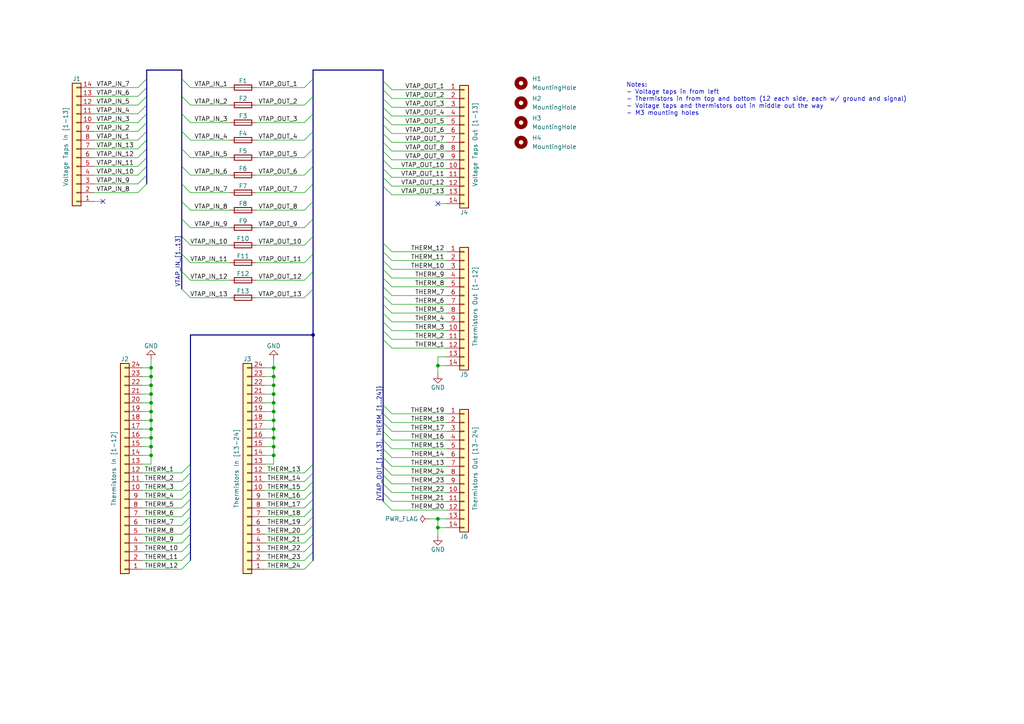
<source format=kicad_sch>
(kicad_sch (version 20230121) (generator eeschema)
  (paper "A4")
  (title_block (title "Segment PCB") (date "2023-04-23") (rev "1.1.0") (company "SUFST") (comment 1 "STAG 9") (comment 2 "Tim Brewis") (comment 3 "Jakub Kuchnio"))
  (lib_symbols
    (symbol "Connector_Generic:Conn_01x14" (pin_names (offset 1.016) hide)
      (property "Reference" "J" (at 0 17.78 0))
      (property "Value" "Conn_01x14" (at 0 -20.32 0))
      (symbol "Conn_01x14_1_1"
        (rectangle (start -1.27 -17.653) (end 0 -17.907) (stroke (width 0.1524)))
        (rectangle (start -1.27 -15.113) (end 0 -15.367) (stroke (width 0.1524)))
        (rectangle (start -1.27 -12.573) (end 0 -12.827) (stroke (width 0.1524)))
        (rectangle (start -1.27 -10.033) (end 0 -10.287) (stroke (width 0.1524)))
        (rectangle (start -1.27 -7.493) (end 0 -7.747) (stroke (width 0.1524)))
        (rectangle (start -1.27 -4.953) (end 0 -5.207) (stroke (width 0.1524)))
        (rectangle (start -1.27 -2.413) (end 0 -2.667) (stroke (width 0.1524)))
        (rectangle (start -1.27 0.127) (end 0 -0.127) (stroke (width 0.1524)))
        (rectangle (start -1.27 2.667) (end 0 2.413) (stroke (width 0.1524)))
        (rectangle (start -1.27 5.207) (end 0 4.953) (stroke (width 0.1524)))
        (rectangle (start -1.27 7.747) (end 0 7.493) (stroke (width 0.1524)))
        (rectangle (start -1.27 10.287) (end 0 10.033) (stroke (width 0.1524)))
        (rectangle (start -1.27 12.827) (end 0 12.573) (stroke (width 0.1524)))
        (rectangle (start -1.27 15.367) (end 0 15.113) (stroke (width 0.1524)))
        (rectangle (start -1.27 16.51) (end 1.27 -19.05) (stroke (width 0.254)) (fill (type background)))
        (pin passive line (at -5.08 15.24 0) (length 3.81) (name "Pin_1") (number "1"))
        (pin passive line (at -5.08 -7.62 0) (length 3.81) (name "Pin_10") (number "10"))
        (pin passive line (at -5.08 -10.16 0) (length 3.81) (name "Pin_11") (number "11"))
        (pin passive line (at -5.08 -12.7 0) (length 3.81) (name "Pin_12") (number "12"))
        (pin passive line (at -5.08 -15.24 0) (length 3.81) (name "Pin_13") (number "13"))
        (pin passive line (at -5.08 -17.78 0) (length 3.81) (name "Pin_14") (number "14"))
        (pin passive line (at -5.08 12.7 0) (length 3.81) (name "Pin_2") (number "2"))
        (pin passive line (at -5.08 10.16 0) (length 3.81) (name "Pin_3") (number "3"))
        (pin passive line (at -5.08 7.62 0) (length 3.81) (name "Pin_4") (number "4"))
        (pin passive line (at -5.08 5.08 0) (length 3.81) (name "Pin_5") (number "5"))
        (pin passive line (at -5.08 2.54 0) (length 3.81) (name "Pin_6") (number "6"))
        (pin passive line (at -5.08 0 0) (length 3.81) (name "Pin_7") (number "7"))
        (pin passive line (at -5.08 -2.54 0) (length 3.81) (name "Pin_8") (number "8"))
        (pin passive line (at -5.08 -5.08 0) (length 3.81) (name "Pin_9") (number "9"))
      )
    )
    (symbol "Connector_Generic:Conn_01x24" (pin_names (offset 1.016) hide)
      (property "Reference" "J" (at 0 30.48 0))
      (property "Value" "Conn_01x24" (at 0 -33.02 0))
      (symbol "Conn_01x24_1_1"
        (rectangle (start -1.27 -30.353) (end 0 -30.607) (stroke (width 0.1524)))
        (rectangle (start -1.27 -27.813) (end 0 -28.067) (stroke (width 0.1524)))
        (rectangle (start -1.27 -25.273) (end 0 -25.527) (stroke (width 0.1524)))
        (rectangle (start -1.27 -22.733) (end 0 -22.987) (stroke (width 0.1524)))
        (rectangle (start -1.27 -20.193) (end 0 -20.447) (stroke (width 0.1524)))
        (rectangle (start -1.27 -17.653) (end 0 -17.907) (stroke (width 0.1524)))
        (rectangle (start -1.27 -15.113) (end 0 -15.367) (stroke (width 0.1524)))
        (rectangle (start -1.27 -12.573) (end 0 -12.827) (stroke (width 0.1524)))
        (rectangle (start -1.27 -10.033) (end 0 -10.287) (stroke (width 0.1524)))
        (rectangle (start -1.27 -7.493) (end 0 -7.747) (stroke (width 0.1524)))
        (rectangle (start -1.27 -4.953) (end 0 -5.207) (stroke (width 0.1524)))
        (rectangle (start -1.27 -2.413) (end 0 -2.667) (stroke (width 0.1524)))
        (rectangle (start -1.27 0.127) (end 0 -0.127) (stroke (width 0.1524)))
        (rectangle (start -1.27 2.667) (end 0 2.413) (stroke (width 0.1524)))
        (rectangle (start -1.27 5.207) (end 0 4.953) (stroke (width 0.1524)))
        (rectangle (start -1.27 7.747) (end 0 7.493) (stroke (width 0.1524)))
        (rectangle (start -1.27 10.287) (end 0 10.033) (stroke (width 0.1524)))
        (rectangle (start -1.27 12.827) (end 0 12.573) (stroke (width 0.1524)))
        (rectangle (start -1.27 15.367) (end 0 15.113) (stroke (width 0.1524)))
        (rectangle (start -1.27 17.907) (end 0 17.653) (stroke (width 0.1524)))
        (rectangle (start -1.27 20.447) (end 0 20.193) (stroke (width 0.1524)))
        (rectangle (start -1.27 22.987) (end 0 22.733) (stroke (width 0.1524)))
        (rectangle (start -1.27 25.527) (end 0 25.273) (stroke (width 0.1524)))
        (rectangle (start -1.27 28.067) (end 0 27.813) (stroke (width 0.1524)))
        (rectangle (start -1.27 29.21) (end 1.27 -31.75) (stroke (width 0.254)) (fill (type background)))
        (pin passive line (at -5.08 27.94 0) (length 3.81) (name "Pin_1") (number "1"))
        (pin passive line (at -5.08 5.08 0) (length 3.81) (name "Pin_10") (number "10"))
        (pin passive line (at -5.08 2.54 0) (length 3.81) (name "Pin_11") (number "11"))
        (pin passive line (at -5.08 0 0) (length 3.81) (name "Pin_12") (number "12"))
        (pin passive line (at -5.08 -2.54 0) (length 3.81) (name "Pin_13") (number "13"))
        (pin passive line (at -5.08 -5.08 0) (length 3.81) (name "Pin_14") (number "14"))
        (pin passive line (at -5.08 -7.62 0) (length 3.81) (name "Pin_15") (number "15"))
        (pin passive line (at -5.08 -10.16 0) (length 3.81) (name "Pin_16") (number "16"))
        (pin passive line (at -5.08 -12.7 0) (length 3.81) (name "Pin_17") (number "17"))
        (pin passive line (at -5.08 -15.24 0) (length 3.81) (name "Pin_18") (number "18"))
        (pin passive line (at -5.08 -17.78 0) (length 3.81) (name "Pin_19") (number "19"))
        (pin passive line (at -5.08 25.4 0) (length 3.81) (name "Pin_2") (number "2"))
        (pin passive line (at -5.08 -20.32 0) (length 3.81) (name "Pin_20") (number "20"))
        (pin passive line (at -5.08 -22.86 0) (length 3.81) (name "Pin_21") (number "21"))
        (pin passive line (at -5.08 -25.4 0) (length 3.81) (name "Pin_22") (number "22"))
        (pin passive line (at -5.08 -27.94 0) (length 3.81) (name "Pin_23") (number "23"))
        (pin passive line (at -5.08 -30.48 0) (length 3.81) (name "Pin_24") (number "24"))
        (pin passive line (at -5.08 22.86 0) (length 3.81) (name "Pin_3") (number "3"))
        (pin passive line (at -5.08 20.32 0) (length 3.81) (name "Pin_4") (number "4"))
        (pin passive line (at -5.08 17.78 0) (length 3.81) (name "Pin_5") (number "5"))
        (pin passive line (at -5.08 15.24 0) (length 3.81) (name "Pin_6") (number "6"))
        (pin passive line (at -5.08 12.7 0) (length 3.81) (name "Pin_7") (number "7"))
        (pin passive line (at -5.08 10.16 0) (length 3.81) (name "Pin_8") (number "8"))
        (pin passive line (at -5.08 7.62 0) (length 3.81) (name "Pin_9") (number "9"))
      )
    )
    (symbol "Device:Fuse" (pin_numbers hide) (pin_names (offset 0))
      (property "Reference" "F" (at 2.032 0 90))
      (property "Value" "Fuse" (at -1.905 0 90))
      (symbol "Fuse_0_1"
        (rectangle (start -0.762 -2.54) (end 0.762 2.54) (stroke (width 0.254)))
        (polyline (pts (xy 0 2.54) (xy 0 -2.54)))
      )
      (symbol "Fuse_1_1"
        (pin passive line (at 0 3.81 270) (length 1.27) (name "~") (number "1"))
        (pin passive line (at 0 -3.81 90) (length 1.27) (name "~") (number "2"))
      )
    )
    (symbol "Mechanical:MountingHole" (pin_names (offset 1.016))
      (property "Reference" "H" (at 0 5.08 0))
      (property "Value" "MountingHole" (at 0 3.175 0))
      (symbol "MountingHole_0_1"
        (circle (center 0 0) (radius 1.27) (stroke (width 1.27)))
      )
    )
    (symbol "power:GND" (power) (pin_names (offset 0))
      (property "Value" "GND" (at 0 -3.81 0))
      (symbol "GND_0_1"
        (polyline (pts (xy 0 0) (xy 0 -1.27) (xy 1.27 -1.27) (xy 0 -2.54) (xy -1.27 -1.27) (xy 0 -1.27)))
      )
      (symbol "GND_1_1"
        (pin power_in line (at 0 0 270) (length 0) hide (name "GND") (number "1"))
      )
    )
    (symbol "power:PWR_FLAG" (power) (pin_numbers hide) (pin_names (offset 0) hide)
      (property "Value" "PWR_FLAG" (at 0 3.81 0))
      (symbol "PWR_FLAG_0_0"
        (pin power_out line (at 0 0 90) (length 0) (name "pwr") (number "1"))
      )
      (symbol "PWR_FLAG_0_1"
        (polyline (pts (xy 0 0) (xy 0 1.27) (xy -1.016 1.905) (xy 0 2.54) (xy 1.016 1.905) (xy 0 1.27)))
      )
    )
  )
  (junction (at 43.815 106.68))
  (junction (at 43.815 124.46))
  (junction (at 43.815 111.76))
  (junction (at 79.375 109.22))
  (junction (at 43.815 127))
  (junction (at 79.375 106.68))
  (junction (at 79.375 124.46))
  (junction (at 43.815 114.3))
  (junction (at 79.375 121.92))
  (junction (at 79.375 132.08))
  (junction (at 127 153.035))
  (junction (at 43.815 129.54))
  (junction (at 127 150.495))
  (junction (at 79.375 129.54))
  (junction (at 79.375 119.38))
  (junction (at 79.375 114.3))
  (junction (at 43.815 119.38))
  (junction (at 79.375 116.84))
  (junction (at 90.805 97.155))
  (junction (at 43.815 132.08))
  (junction (at 127 106.045))
  (junction (at 43.815 121.92))
  (junction (at 43.815 116.84))
  (junction (at 79.375 127))
  (junction (at 43.815 109.22))
  (junction (at 79.375 111.76))
  (no_connect (at 127 59.055))
  (no_connect (at 29.845 58.42))
  (bus_entry (at 111.125 95.885) (size 2.54 2.54))
  (bus_entry (at 111.125 73.025) (size 2.54 2.54))
  (bus_entry (at 88.265 50.8) (size 2.54 -2.54))
  (bus_entry (at 52.705 22.86) (size 2.54 2.54))
  (bus_entry (at 40.005 45.72) (size 2.54 -2.54))
  (bus_entry (at 88.265 66.04) (size 2.54 -2.54))
  (bus_entry (at 55.245 35.56) (size -2.54 -2.54))
  (bus_entry (at 111.125 120.015) (size 2.54 2.54))
  (bus_entry (at 40.005 40.64) (size 2.54 -2.54))
  (bus_entry (at 55.245 81.28) (size -2.54 -2.54))
  (bus_entry (at 111.125 140.335) (size 2.54 2.54))
  (bus_entry (at 40.005 33.02) (size 2.54 -2.54))
  (bus_entry (at 111.125 36.195) (size 2.54 2.54))
  (bus_entry (at 111.125 43.815) (size 2.54 2.54))
  (bus_entry (at 40.005 43.18) (size 2.54 -2.54))
  (bus_entry (at 111.125 135.255) (size 2.54 2.54))
  (bus_entry (at 111.125 125.095) (size 2.54 2.54))
  (bus_entry (at 88.265 35.56) (size 2.54 -2.54))
  (bus_entry (at 55.245 76.2) (size -2.54 -2.54))
  (bus_entry (at 111.125 38.735) (size 2.54 2.54))
  (bus_entry (at 52.705 139.7) (size 2.54 -2.54))
  (bus_entry (at 55.245 60.96) (size -2.54 -2.54))
  (bus_entry (at 111.125 33.655) (size 2.54 2.54))
  (bus_entry (at 111.125 51.435) (size 2.54 2.54))
  (bus_entry (at 88.265 30.48) (size 2.54 -2.54))
  (bus_entry (at 40.005 38.1) (size 2.54 -2.54))
  (bus_entry (at 88.265 160.02) (size 2.54 -2.54))
  (bus_entry (at 111.125 85.725) (size 2.54 2.54))
  (bus_entry (at 52.705 162.56) (size 2.54 -2.54))
  (bus_entry (at 52.705 160.02) (size 2.54 -2.54))
  (bus_entry (at 111.125 132.715) (size 2.54 2.54))
  (bus_entry (at 40.005 48.26) (size 2.54 -2.54))
  (bus_entry (at 52.705 165.1) (size 2.54 -2.54))
  (bus_entry (at 111.125 41.275) (size 2.54 2.54))
  (bus_entry (at 111.125 26.035) (size 2.54 2.54))
  (bus_entry (at 88.265 60.96) (size 2.54 -2.54))
  (bus_entry (at 88.265 142.24) (size 2.54 -2.54))
  (bus_entry (at 88.265 149.86) (size 2.54 -2.54))
  (bus_entry (at 52.705 147.32) (size 2.54 -2.54))
  (bus_entry (at 111.125 130.175) (size 2.54 2.54))
  (bus_entry (at 40.005 25.4) (size 2.54 -2.54))
  (bus_entry (at 111.125 137.795) (size 2.54 2.54))
  (bus_entry (at 40.005 53.34) (size 2.54 -2.54))
  (bus_entry (at 111.125 88.265) (size 2.54 2.54))
  (bus_entry (at 88.265 147.32) (size 2.54 -2.54))
  (bus_entry (at 40.005 35.56) (size 2.54 -2.54))
  (bus_entry (at 111.125 90.805) (size 2.54 2.54))
  (bus_entry (at 88.265 152.4) (size 2.54 -2.54))
  (bus_entry (at 40.005 30.48) (size 2.54 -2.54))
  (bus_entry (at 111.125 83.185) (size 2.54 2.54))
  (bus_entry (at 111.125 70.485) (size 2.54 2.54))
  (bus_entry (at 111.125 28.575) (size 2.54 2.54))
  (bus_entry (at 88.265 25.4) (size 2.54 -2.54))
  (bus_entry (at 88.265 157.48) (size 2.54 -2.54))
  (bus_entry (at 111.125 53.975) (size 2.54 2.54))
  (bus_entry (at 111.125 117.475) (size 2.54 2.54))
  (bus_entry (at 111.125 98.425) (size 2.54 2.54))
  (bus_entry (at 55.245 45.72) (size -2.54 -2.54))
  (bus_entry (at 111.125 127.635) (size 2.54 2.54))
  (bus_entry (at 52.705 149.86) (size 2.54 -2.54))
  (bus_entry (at 111.125 122.555) (size 2.54 2.54))
  (bus_entry (at 88.265 86.36) (size 2.54 -2.54))
  (bus_entry (at 40.005 55.88) (size 2.54 -2.54))
  (bus_entry (at 88.265 137.16) (size 2.54 -2.54))
  (bus_entry (at 88.265 76.2) (size 2.54 -2.54))
  (bus_entry (at 88.265 154.94) (size 2.54 -2.54))
  (bus_entry (at 55.245 30.48) (size -2.54 -2.54))
  (bus_entry (at 52.705 137.16) (size 2.54 -2.54))
  (bus_entry (at 55.245 71.12) (size -2.54 -2.54))
  (bus_entry (at 52.705 157.48) (size 2.54 -2.54))
  (bus_entry (at 111.125 145.415) (size 2.54 2.54))
  (bus_entry (at 88.265 71.12) (size 2.54 -2.54))
  (bus_entry (at 111.125 48.895) (size 2.54 2.54))
  (bus_entry (at 111.125 142.875) (size 2.54 2.54))
  (bus_entry (at 55.245 66.04) (size -2.54 -2.54))
  (bus_entry (at 111.125 31.115) (size 2.54 2.54))
  (bus_entry (at 111.125 23.495) (size 2.54 2.54))
  (bus_entry (at 88.265 165.1) (size 2.54 -2.54))
  (bus_entry (at 88.265 45.72) (size 2.54 -2.54))
  (bus_entry (at 111.125 75.565) (size 2.54 2.54))
  (bus_entry (at 111.125 46.355) (size 2.54 2.54))
  (bus_entry (at 88.265 144.78) (size 2.54 -2.54))
  (bus_entry (at 52.705 154.94) (size 2.54 -2.54))
  (bus_entry (at 55.245 55.88) (size -2.54 -2.54))
  (bus_entry (at 55.245 86.36) (size -2.54 -2.54))
  (bus_entry (at 111.125 80.645) (size 2.54 2.54))
  (bus_entry (at 40.005 50.8) (size 2.54 -2.54))
  (bus_entry (at 88.265 139.7) (size 2.54 -2.54))
  (bus_entry (at 52.705 152.4) (size 2.54 -2.54))
  (bus_entry (at 88.265 55.88) (size 2.54 -2.54))
  (bus_entry (at 111.125 93.345) (size 2.54 2.54))
  (bus_entry (at 55.245 50.8) (size -2.54 -2.54))
  (bus_entry (at 52.705 142.24) (size 2.54 -2.54))
  (bus_entry (at 40.005 27.94) (size 2.54 -2.54))
  (bus_entry (at 55.245 40.64) (size -2.54 -2.54))
  (bus_entry (at 88.265 40.64) (size 2.54 -2.54))
  (bus_entry (at 88.265 162.56) (size 2.54 -2.54))
  (bus_entry (at 88.265 81.28) (size 2.54 -2.54))
  (bus_entry (at 111.125 78.105) (size 2.54 2.54))
  (bus_entry (at 52.705 144.78) (size 2.54 -2.54))
  (wire (pts (xy 76.835 139.7) (xy 88.265 139.7)))
  (bus (pts (xy 111.125 28.575) (xy 111.125 31.115)))
  (wire (pts (xy 79.375 114.3) (xy 79.375 111.76)))
  (wire (pts (xy 113.665 31.115) (xy 129.54 31.115)))
  (wire (pts (xy 113.665 122.555) (xy 129.54 122.555)))
  (wire (pts (xy 113.665 120.015) (xy 129.54 120.015)))
  (bus (pts (xy 111.125 73.025) (xy 111.125 75.565)))
  (wire (pts (xy 27.305 40.64) (xy 40.005 40.64)))
  (bus (pts (xy 111.125 127.635) (xy 111.125 130.175)))
  (bus (pts (xy 111.125 80.645) (xy 111.125 83.185)))
  (bus (pts (xy 111.125 93.345) (xy 111.125 95.885)))
  (wire (pts (xy 43.815 106.68) (xy 43.815 109.22)))
  (wire (pts (xy 113.665 93.345) (xy 129.54 93.345)))
  (wire (pts (xy 113.665 90.805) (xy 129.54 90.805)))
  (wire (pts (xy 55.245 55.88) (xy 66.675 55.88)))
  (wire (pts (xy 113.665 48.895) (xy 129.54 48.895)))
  (wire (pts (xy 41.275 165.1) (xy 52.705 165.1)))
  (bus (pts (xy 52.705 58.42) (xy 52.705 63.5)))
  (wire (pts (xy 113.665 43.815) (xy 129.54 43.815)))
  (bus (pts (xy 55.245 157.48) (xy 55.245 160.02)))
  (wire (pts (xy 76.835 127) (xy 79.375 127)))
  (wire (pts (xy 113.665 85.725) (xy 129.54 85.725)))
  (wire (pts (xy 113.665 83.185) (xy 129.54 83.185)))
  (bus (pts (xy 90.805 154.94) (xy 90.805 157.48)))
  (wire (pts (xy 76.835 165.1) (xy 88.265 165.1)))
  (wire (pts (xy 43.815 114.3) (xy 43.815 111.76)))
  (wire (pts (xy 79.375 111.76) (xy 79.375 109.22)))
  (wire (pts (xy 76.835 162.56) (xy 88.265 162.56)))
  (bus (pts (xy 111.125 140.335) (xy 111.125 142.875)))
  (bus (pts (xy 42.545 53.34) (xy 42.545 50.8)))
  (bus (pts (xy 111.125 135.255) (xy 111.125 137.795)))
  (bus (pts (xy 111.125 137.795) (xy 111.125 140.335)))
  (wire (pts (xy 79.375 106.68) (xy 79.375 104.14)))
  (bus (pts (xy 42.545 48.26) (xy 42.545 45.72)))
  (wire (pts (xy 41.275 134.62) (xy 43.815 134.62)))
  (bus (pts (xy 111.125 142.875) (xy 111.125 145.415)))
  (bus (pts (xy 90.805 97.155) (xy 90.805 134.62)))
  (wire (pts (xy 74.295 40.64) (xy 88.265 40.64)))
  (bus (pts (xy 111.125 20.32) (xy 111.125 23.495)))
  (bus (pts (xy 55.245 134.62) (xy 55.245 137.16)))
  (wire (pts (xy 113.665 132.715) (xy 129.54 132.715)))
  (bus (pts (xy 90.805 33.02) (xy 90.805 38.1)))
  (wire (pts (xy 43.815 124.46) (xy 43.815 121.92)))
  (bus (pts (xy 52.705 73.66) (xy 52.705 78.74)))
  (wire (pts (xy 27.305 48.26) (xy 40.005 48.26)))
  (wire (pts (xy 74.295 30.48) (xy 88.265 30.48)))
  (wire (pts (xy 55.245 45.72) (xy 66.675 45.72)))
  (bus (pts (xy 52.705 20.32) (xy 52.705 22.86)))
  (wire (pts (xy 79.375 116.84) (xy 79.375 114.3)))
  (bus (pts (xy 111.125 36.195) (xy 111.125 38.735)))
  (wire (pts (xy 41.275 116.84) (xy 43.815 116.84)))
  (wire (pts (xy 113.665 98.425) (xy 129.54 98.425)))
  (bus (pts (xy 90.805 20.32) (xy 111.125 20.32)))
  (bus (pts (xy 90.805 83.82) (xy 90.805 97.155)))
  (bus (pts (xy 90.805 20.32) (xy 90.805 22.86)))
  (wire (pts (xy 127 103.505) (xy 127 106.045)))
  (wire (pts (xy 27.305 38.1) (xy 40.005 38.1)))
  (wire (pts (xy 41.275 127) (xy 43.815 127)))
  (bus (pts (xy 42.545 25.4) (xy 42.545 22.86)))
  (bus (pts (xy 52.705 78.74) (xy 52.705 83.82)))
  (bus (pts (xy 111.125 46.355) (xy 111.125 48.895)))
  (wire (pts (xy 113.665 33.655) (xy 129.54 33.655)))
  (bus (pts (xy 111.125 31.115) (xy 111.125 33.655)))
  (bus (pts (xy 111.125 125.095) (xy 111.125 127.635)))
  (bus (pts (xy 90.805 63.5) (xy 90.805 68.58)))
  (wire (pts (xy 79.375 109.22) (xy 76.835 109.22)))
  (wire (pts (xy 27.305 35.56) (xy 40.005 35.56)))
  (wire (pts (xy 113.665 41.275) (xy 129.54 41.275)))
  (wire (pts (xy 43.815 129.54) (xy 43.815 127)))
  (bus (pts (xy 55.245 154.94) (xy 55.245 157.48)))
  (wire (pts (xy 113.665 140.335) (xy 129.54 140.335)))
  (wire (pts (xy 41.275 162.56) (xy 52.705 162.56)))
  (wire (pts (xy 27.305 55.88) (xy 40.005 55.88)))
  (wire (pts (xy 76.835 149.86) (xy 88.265 149.86)))
  (bus (pts (xy 90.805 22.86) (xy 90.805 27.94)))
  (wire (pts (xy 76.835 111.76) (xy 79.375 111.76)))
  (wire (pts (xy 43.815 111.76) (xy 43.815 109.22)))
  (wire (pts (xy 43.815 109.22) (xy 41.275 109.22)))
  (wire (pts (xy 76.835 132.08) (xy 79.375 132.08)))
  (wire (pts (xy 76.835 137.16) (xy 88.265 137.16)))
  (wire (pts (xy 74.295 76.2) (xy 88.265 76.2)))
  (wire (pts (xy 41.275 132.08) (xy 43.815 132.08)))
  (bus (pts (xy 111.125 85.725) (xy 111.125 88.265)))
  (wire (pts (xy 41.275 111.76) (xy 43.815 111.76)))
  (bus (pts (xy 90.805 78.74) (xy 90.805 83.82)))
  (bus (pts (xy 52.705 33.02) (xy 52.705 38.1)))
  (bus (pts (xy 90.805 48.26) (xy 90.805 53.34)))
  (wire (pts (xy 113.665 26.035) (xy 129.54 26.035)))
  (wire (pts (xy 113.665 142.875) (xy 129.54 142.875)))
  (wire (pts (xy 74.295 86.36) (xy 88.265 86.36)))
  (bus (pts (xy 52.705 43.18) (xy 52.705 48.26)))
  (wire (pts (xy 79.375 129.54) (xy 79.375 127)))
  (wire (pts (xy 41.275 142.24) (xy 52.705 142.24)))
  (wire (pts (xy 55.245 35.56) (xy 66.675 35.56)))
  (wire (pts (xy 55.245 66.04) (xy 66.675 66.04)))
  (bus (pts (xy 111.125 122.555) (xy 111.125 125.095)))
  (wire (pts (xy 76.835 106.68) (xy 79.375 106.68)))
  (bus (pts (xy 52.705 22.86) (xy 52.705 27.94)))
  (wire (pts (xy 55.245 81.28) (xy 66.675 81.28)))
  (wire (pts (xy 76.835 134.62) (xy 79.375 134.62)))
  (wire (pts (xy 76.835 119.38) (xy 79.375 119.38)))
  (bus (pts (xy 111.125 53.975) (xy 111.125 70.485)))
  (wire (pts (xy 113.665 80.645) (xy 129.54 80.645)))
  (bus (pts (xy 90.805 157.48) (xy 90.805 160.02)))
  (bus (pts (xy 42.545 27.94) (xy 42.545 25.4)))
  (bus (pts (xy 52.705 63.5) (xy 52.705 68.58)))
  (wire (pts (xy 113.665 46.355) (xy 129.54 46.355)))
  (wire (pts (xy 127 103.505) (xy 129.54 103.505)))
  (wire (pts (xy 43.815 106.68) (xy 43.815 104.14)))
  (wire (pts (xy 113.665 147.955) (xy 129.54 147.955)))
  (wire (pts (xy 74.295 71.12) (xy 88.265 71.12)))
  (wire (pts (xy 76.835 116.84) (xy 79.375 116.84)))
  (wire (pts (xy 55.245 25.4) (xy 66.675 25.4)))
  (wire (pts (xy 79.375 134.62) (xy 79.375 132.08)))
  (wire (pts (xy 74.295 55.88) (xy 88.265 55.88)))
  (wire (pts (xy 27.305 30.48) (xy 40.005 30.48)))
  (wire (pts (xy 74.295 81.28) (xy 88.265 81.28)))
  (bus (pts (xy 111.125 95.885) (xy 111.125 98.425)))
  (wire (pts (xy 55.245 60.96) (xy 66.675 60.96)))
  (wire (pts (xy 41.275 157.48) (xy 52.705 157.48)))
  (bus (pts (xy 90.805 53.34) (xy 90.805 58.42)))
  (wire (pts (xy 43.815 132.08) (xy 43.815 129.54)))
  (wire (pts (xy 74.295 35.56) (xy 88.265 35.56)))
  (wire (pts (xy 113.665 100.965) (xy 129.54 100.965)))
  (wire (pts (xy 127 153.035) (xy 129.54 153.035)))
  (bus (pts (xy 111.125 38.735) (xy 111.125 41.275)))
  (bus (pts (xy 111.125 83.185) (xy 111.125 85.725)))
  (bus (pts (xy 52.705 27.94) (xy 52.705 33.02)))
  (wire (pts (xy 76.835 129.54) (xy 79.375 129.54)))
  (wire (pts (xy 79.375 132.08) (xy 79.375 129.54)))
  (bus (pts (xy 111.125 33.655) (xy 111.125 36.195)))
  (wire (pts (xy 113.665 51.435) (xy 129.54 51.435)))
  (bus (pts (xy 90.805 68.58) (xy 90.805 73.66)))
  (bus (pts (xy 90.805 58.42) (xy 90.805 63.5)))
  (wire (pts (xy 79.375 124.46) (xy 79.375 121.92)))
  (wire (pts (xy 76.835 114.3) (xy 79.375 114.3)))
  (wire (pts (xy 43.815 121.92) (xy 43.815 119.38)))
  (bus (pts (xy 42.545 40.64) (xy 42.545 38.1)))
  (wire (pts (xy 127 153.035) (xy 127 155.575)))
  (wire (pts (xy 27.305 33.02) (xy 40.005 33.02)))
  (wire (pts (xy 41.275 137.16) (xy 52.705 137.16)))
  (wire (pts (xy 41.275 121.92) (xy 43.815 121.92)))
  (bus (pts (xy 111.125 51.435) (xy 111.125 53.975)))
  (bus (pts (xy 111.125 70.485) (xy 111.125 73.025)))
  (bus (pts (xy 42.545 20.32) (xy 52.705 20.32)))
  (wire (pts (xy 41.275 139.7) (xy 52.705 139.7)))
  (bus (pts (xy 111.125 90.805) (xy 111.125 93.345)))
  (wire (pts (xy 74.295 25.4) (xy 88.265 25.4)))
  (bus (pts (xy 55.245 160.02) (xy 55.245 162.56)))
  (bus (pts (xy 42.545 30.48) (xy 42.545 27.94)))
  (bus (pts (xy 111.125 117.475) (xy 111.125 120.015)))
  (bus (pts (xy 111.125 120.015) (xy 111.125 122.555)))
  (bus (pts (xy 42.545 45.72) (xy 42.545 43.18)))
  (wire (pts (xy 43.815 127) (xy 43.815 124.46)))
  (bus (pts (xy 111.125 41.275) (xy 111.125 43.815)))
  (bus (pts (xy 111.125 48.895) (xy 111.125 51.435)))
  (wire (pts (xy 43.815 119.38) (xy 43.815 116.84)))
  (bus (pts (xy 90.805 142.24) (xy 90.805 144.78)))
  (wire (pts (xy 113.665 75.565) (xy 129.54 75.565)))
  (wire (pts (xy 41.275 114.3) (xy 43.815 114.3)))
  (wire (pts (xy 55.245 50.8) (xy 66.675 50.8)))
  (wire (pts (xy 55.245 40.64) (xy 66.675 40.64)))
  (wire (pts (xy 76.835 121.92) (xy 79.375 121.92)))
  (wire (pts (xy 79.375 121.92) (xy 79.375 119.38)))
  (wire (pts (xy 27.305 50.8) (xy 40.005 50.8)))
  (wire (pts (xy 76.835 124.46) (xy 79.375 124.46)))
  (wire (pts (xy 55.245 71.12) (xy 66.675 71.12)))
  (wire (pts (xy 55.245 30.48) (xy 66.675 30.48)))
  (bus (pts (xy 111.125 132.715) (xy 111.125 135.255)))
  (bus (pts (xy 90.805 137.16) (xy 90.805 139.7)))
  (wire (pts (xy 124.46 150.495) (xy 127 150.495)))
  (wire (pts (xy 113.665 135.255) (xy 129.54 135.255)))
  (wire (pts (xy 79.375 106.68) (xy 79.375 109.22)))
  (wire (pts (xy 41.275 124.46) (xy 43.815 124.46)))
  (bus (pts (xy 55.245 97.155) (xy 55.245 134.62)))
  (wire (pts (xy 113.665 36.195) (xy 129.54 36.195)))
  (bus (pts (xy 90.805 134.62) (xy 90.805 137.16)))
  (bus (pts (xy 42.545 35.56) (xy 42.545 33.02)))
  (bus (pts (xy 90.805 152.4) (xy 90.805 154.94)))
  (wire (pts (xy 113.665 130.175) (xy 129.54 130.175)))
  (wire (pts (xy 74.295 60.96) (xy 88.265 60.96)))
  (wire (pts (xy 127 150.495) (xy 129.54 150.495)))
  (bus (pts (xy 52.705 38.1) (xy 52.705 43.18)))
  (wire (pts (xy 43.815 134.62) (xy 43.815 132.08)))
  (bus (pts (xy 111.125 26.035) (xy 111.125 28.575)))
  (wire (pts (xy 113.665 145.415) (xy 129.54 145.415)))
  (wire (pts (xy 27.305 25.4) (xy 40.005 25.4)))
  (bus (pts (xy 111.125 88.265) (xy 111.125 90.805)))
  (wire (pts (xy 76.835 142.24) (xy 88.265 142.24)))
  (wire (pts (xy 74.295 45.72) (xy 88.265 45.72)))
  (bus (pts (xy 55.245 137.16) (xy 55.245 139.7)))
  (bus (pts (xy 52.705 48.26) (xy 52.705 53.34)))
  (wire (pts (xy 79.375 119.38) (xy 79.375 116.84)))
  (wire (pts (xy 27.305 43.18) (xy 40.005 43.18)))
  (bus (pts (xy 90.805 27.94) (xy 90.805 33.02)))
  (wire (pts (xy 113.665 73.025) (xy 129.54 73.025)))
  (wire (pts (xy 113.665 38.735) (xy 129.54 38.735)))
  (wire (pts (xy 27.305 27.94) (xy 40.005 27.94)))
  (wire (pts (xy 127 59.055) (xy 129.54 59.055)))
  (wire (pts (xy 113.665 125.095) (xy 129.54 125.095)))
  (wire (pts (xy 43.815 116.84) (xy 43.815 114.3)))
  (wire (pts (xy 41.275 129.54) (xy 43.815 129.54)))
  (wire (pts (xy 113.665 95.885) (xy 129.54 95.885)))
  (wire (pts (xy 113.665 127.635) (xy 129.54 127.635)))
  (bus (pts (xy 111.125 75.565) (xy 111.125 78.105)))
  (bus (pts (xy 55.245 139.7) (xy 55.245 142.24)))
  (bus (pts (xy 90.805 43.18) (xy 90.805 48.26)))
  (bus (pts (xy 55.245 152.4) (xy 55.245 154.94)))
  (wire (pts (xy 55.245 86.36) (xy 66.675 86.36)))
  (bus (pts (xy 52.705 53.34) (xy 52.705 58.42)))
  (wire (pts (xy 76.835 152.4) (xy 88.265 152.4)))
  (wire (pts (xy 79.375 127) (xy 79.375 124.46)))
  (bus (pts (xy 42.545 50.8) (xy 42.545 48.26)))
  (bus (pts (xy 42.545 38.1) (xy 42.545 35.56)))
  (bus (pts (xy 90.805 38.1) (xy 90.805 43.18)))
  (wire (pts (xy 27.305 58.42) (xy 29.845 58.42)))
  (wire (pts (xy 41.275 144.78) (xy 52.705 144.78)))
  (wire (pts (xy 41.275 149.86) (xy 52.705 149.86)))
  (wire (pts (xy 41.275 160.02) (xy 52.705 160.02)))
  (wire (pts (xy 113.665 137.795) (xy 129.54 137.795)))
  (bus (pts (xy 90.805 149.86) (xy 90.805 152.4)))
  (wire (pts (xy 113.665 78.105) (xy 129.54 78.105)))
  (wire (pts (xy 76.835 147.32) (xy 88.265 147.32)))
  (bus (pts (xy 55.245 142.24) (xy 55.245 144.78)))
  (wire (pts (xy 41.275 154.94) (xy 52.705 154.94)))
  (bus (pts (xy 111.125 98.425) (xy 111.125 117.475)))
  (bus (pts (xy 90.805 147.32) (xy 90.805 149.86)))
  (bus (pts (xy 55.245 147.32) (xy 55.245 149.86)))
  (wire (pts (xy 41.275 152.4) (xy 52.705 152.4)))
  (wire (pts (xy 27.305 53.34) (xy 40.005 53.34)))
  (wire (pts (xy 76.835 144.78) (xy 88.265 144.78)))
  (wire (pts (xy 76.835 154.94) (xy 88.265 154.94)))
  (bus (pts (xy 111.125 78.105) (xy 111.125 80.645)))
  (bus (pts (xy 111.125 130.175) (xy 111.125 132.715)))
  (wire (pts (xy 41.275 119.38) (xy 43.815 119.38)))
  (wire (pts (xy 41.275 147.32) (xy 52.705 147.32)))
  (wire (pts (xy 113.665 28.575) (xy 129.54 28.575)))
  (wire (pts (xy 113.665 88.265) (xy 129.54 88.265)))
  (wire (pts (xy 127 106.045) (xy 127 108.585)))
  (bus (pts (xy 42.545 22.86) (xy 42.545 20.32)))
  (wire (pts (xy 74.295 50.8) (xy 88.265 50.8)))
  (bus (pts (xy 111.125 23.495) (xy 111.125 26.035)))
  (wire (pts (xy 27.305 45.72) (xy 40.005 45.72)))
  (bus (pts (xy 90.805 160.02) (xy 90.805 162.56)))
  (wire (pts (xy 76.835 157.48) (xy 88.265 157.48)))
  (bus (pts (xy 55.245 97.155) (xy 90.805 97.155)))
  (wire (pts (xy 76.835 160.02) (xy 88.265 160.02)))
  (bus (pts (xy 42.545 33.02) (xy 42.545 30.48)))
  (bus (pts (xy 90.805 144.78) (xy 90.805 147.32)))
  (wire (pts (xy 113.665 56.515) (xy 129.54 56.515)))
  (wire (pts (xy 74.295 66.04) (xy 88.265 66.04)))
  (bus (pts (xy 55.245 144.78) (xy 55.245 147.32)))
  (wire (pts (xy 127 150.495) (xy 127 153.035)))
  (wire (pts (xy 113.665 53.975) (xy 129.54 53.975)))
  (bus (pts (xy 111.125 43.815) (xy 111.125 46.355)))
  (wire (pts (xy 41.275 106.68) (xy 43.815 106.68)))
  (bus (pts (xy 52.705 68.58) (xy 52.705 73.66)))
  (bus (pts (xy 90.805 139.7) (xy 90.805 142.24)))
  (wire (pts (xy 55.245 76.2) (xy 66.675 76.2)))
  (bus (pts (xy 90.805 73.66) (xy 90.805 78.74)))
  (wire (pts (xy 127 106.045) (xy 129.54 106.045)))
  (bus (pts (xy 55.245 149.86) (xy 55.245 152.4)))
  (bus (pts (xy 42.545 43.18) (xy 42.545 40.64)))
  (text "Notes:\n- Voltage taps in from left\n- Thermistors in from top and bottom (12 each side, each w/ ground and signal)\n- Voltage taps and thermistors out in middle out the way\n- M3 mounting holes" (at 181.61 33.655 0) (effects (font (size 1.27 1.27)) (justify left bottom)))
  (label "THERM_8" (at 128.905 83.185 180))
  (label "THERM_20" (at 77.47 154.94 0))
  (label "THERM_12" (at 41.91 165.1 0))
  (label "VTAP_IN_10" (at 27.94 50.8 0))
  (label "VTAP_OUT_3" (at 74.93 35.56 0))
  (label "THERM_11" (at 128.905 75.565 180))
  (label "VTAP_IN_4" (at 66.04 40.64 180))
  (label "VTAP_IN_[1..13]" (at 52.705 83.185 90))
  (label "VTAP_IN_7" (at 27.94 25.4 0))
  (label "THERM_14" (at 77.47 139.7 0))
  (label "VTAP_OUT_3" (at 128.905 31.115 180))
  (label "VTAP_IN_13" (at 66.04 86.36 180))
  (label "THERM_23" (at 128.905 140.335 180))
  (label "THERM_12" (at 128.905 73.025 180))
  (label "THERM_8" (at 41.91 154.94 0))
  (label "VTAP_OUT_6" (at 74.93 50.8 0))
  (label "VTAP_IN_10" (at 66.04 71.12 180))
  (label "THERM_22" (at 77.47 160.02 0))
  (label "VTAP_IN_8" (at 66.04 60.96 180))
  (label "THERM_9" (at 128.905 80.645 180))
  (label "THERM_13" (at 77.47 137.16 0))
  (label "VTAP_IN_5" (at 27.94 30.48 0))
  (label "THERM_6" (at 41.91 149.86 0))
  (label "THERM_11" (at 41.91 162.56 0))
  (label "THERM_1" (at 128.905 100.965 180))
  (label "VTAP_IN_1" (at 66.04 25.4 180))
  (label "VTAP_OUT_12" (at 128.905 53.975 180))
  (label "VTAP_OUT_4" (at 128.905 33.655 180))
  (label "VTAP_OUT_2" (at 74.93 30.48 0))
  (label "THERM_7" (at 41.91 152.4 0))
  (label "VTAP_IN_4" (at 27.94 33.02 0))
  (label "THERM_16" (at 77.47 144.78 0))
  (label "VTAP_IN_1" (at 27.94 40.64 0))
  (label "THERM_6" (at 128.905 88.265 180))
  (label "THERM_22" (at 128.905 142.875 180))
  (label "THERM_9" (at 41.91 157.48 0))
  (label "VTAP_IN_5" (at 66.04 45.72 180))
  (label "VTAP_IN_3" (at 27.94 35.56 0))
  (label "VTAP_OUT_5" (at 128.905 36.195 180))
  (label "THERM_15" (at 128.8469 130.175 180))
  (label "VTAP_OUT_8" (at 128.905 43.815 180))
  (label "VTAP_OUT_12" (at 74.93 81.28 0))
  (label "THERM_2" (at 41.91 139.7 0))
  (label "VTAP_OUT_7" (at 74.93 55.88 0))
  (label "VTAP_OUT_9" (at 74.93 66.04 0))
  (label "VTAP_IN_6" (at 27.94 27.94 0))
  (label "THERM_24" (at 77.47 165.1 0))
  (label "VTAP_IN_11" (at 66.04 76.2 180))
  (label "THERM_13" (at 128.905 135.255 180))
  (label "VTAP_IN_11" (at 27.94 48.26 0))
  (label "THERM_1" (at 41.91 137.16 0))
  (label "VTAP_OUT_2" (at 128.905 28.575 180))
  (label "THERM_10" (at 128.905 78.105 180))
  (label "THERM_20" (at 128.905 147.955 180))
  (label "VTAP_OUT_1" (at 74.93 25.4 0))
  (label "THERM_19" (at 128.905 120.015 180))
  (label "THERM_16" (at 128.905 127.635 180))
  (label "THERM_4" (at 41.91 144.78 0))
  (label "THERM_3" (at 128.905 95.885 180))
  (label "VTAP_OUT_5" (at 74.93 45.72 0))
  (label "THERM_23" (at 77.47 162.56 0))
  (label "VTAP_IN_6" (at 66.04 50.8 180))
  (label "VTAP_IN_2" (at 66.04 30.48 180))
  (label "VTAP_OUT_10" (at 128.905 48.895 180))
  (label "THERM_7" (at 128.905 85.725 180))
  (label "VTAP_OUT_9" (at 128.905 46.355 180))
  (label "VTAP_IN_12" (at 66.04 81.28 180))
  (label "VTAP_OUT_1" (at 128.905 26.035 180))
  (label "THERM_3" (at 41.91 142.24 0))
  (label "VTAP_OUT_8" (at 74.93 60.96 0))
  (label "VTAP_OUT_7" (at 128.905 41.275 180))
  (label "VTAP_IN_7" (at 66.04 55.88 180))
  (label "THERM_14" (at 128.905 132.715 180))
  (label "VTAP_OUT_6" (at 128.905 38.735 180))
  (label "THERM_17" (at 77.47 147.32 0))
  (label "VTAP_IN_9" (at 66.04 66.04 180))
  (label "THERM_21" (at 128.905 145.415 180))
  (label "THERM_24" (at 128.905 137.795 180))
  (label "VTAP_OUT_13" (at 128.905 56.515 180))
  (label "VTAP_IN_13" (at 27.94 43.18 0))
  (label "THERM_19" (at 77.47 152.4 0))
  (label "THERM_18" (at 128.905 122.555 180))
  (label "VTAP_OUT_11" (at 74.93 76.2 0))
  (label "THERM_4" (at 128.905 93.345 180))
  (label "THERM_5" (at 41.91 147.32 0))
  (label "VTAP_OUT_13" (at 74.93 86.36 0))
  (label "{VTAP_OUT_[1..13], THERM_[1..24]}" (at 111.125 145.415 90))
  (label "THERM_17" (at 128.905 125.095 180))
  (label "VTAP_IN_2" (at 27.94 38.1 0))
  (label "VTAP_IN_12" (at 27.94 45.72 0))
  (label "THERM_15" (at 77.47 142.24 0))
  (label "THERM_21" (at 77.47 157.48 0))
  (label "VTAP_IN_8" (at 27.94 55.88 0))
  (label "THERM_5" (at 128.905 90.805 180))
  (label "THERM_18" (at 77.47 149.86 0))
  (label "THERM_10" (at 41.91 160.02 0))
  (label "VTAP_OUT_10" (at 74.93 71.12 0))
  (label "THERM_2" (at 128.905 98.425 180))
  (label "VTAP_OUT_4" (at 74.93 40.64 0))
  (label "VTAP_OUT_11" (at 128.905 51.435 180))
  (label "VTAP_IN_9" (at 27.94 53.34 0))
  (label "VTAP_IN_3" (at 66.04 35.56 180))
  (symbol (lib_id "Device:Fuse") (at 70.485 81.28 270) (unit 1)
    (property "Reference" "F12" (at 70.485 79.375 90))
    (property "Value" "Fuse" (effects hide))
    (property "Footprint" "SUFST:Littelfuse-04611-25ER" (effects hide))
    (property "Datasheet" "https://www.mouser.co.uk/datasheet/2/240/Littelfuse_Fuse_461_Datasheet_pdf-968630.pdf" (effects hide))
    (property "Order Code" "576-04611.25ER" (effects hide))
    (property "Supplier" "Mouser" (effects hide))
  )
  (symbol (lib_id "Device:Fuse") (at 70.485 25.4 270) (unit 1)
    (property "Reference" "F1" (at 70.485 23.495 90))
    (property "Value" "Fuse" (effects hide))
    (property "Footprint" "SUFST:Littelfuse-04611-25ER" (effects hide))
    (property "Datasheet" "https://www.mouser.co.uk/datasheet/2/240/Littelfuse_Fuse_461_Datasheet_pdf-968630.pdf" (effects hide))
    (property "Supplier" "Mouser" (effects hide))
    (property "Order Code" "576-04611.25ER" (effects hide))
  )
  (symbol (lib_id "Connector_Generic:Conn_01x14") (at 22.225 43.18 180) (unit 1)
    (property "Reference" "J1" (at 22.225 22.86 0))
    (property "Value" "Voltage Taps In [1-13]" (at 19.05 42.545 90))
    (property "Footprint" "Connector_Molex:Molex_Micro-Fit_3.0_43045-1400_2x07_P3.00mm_Horizontal" (effects hide))
    (property "Datasheet" "https://www.molex.com/molex/products/part-detail/pcb_headers/0430451400" (effects hide))
  )
  (symbol (lib_id "Device:Fuse") (at 70.485 45.72 270) (unit 1)
    (property "Reference" "F5" (at 70.485 43.815 90))
    (property "Value" "Fuse" (effects hide))
    (property "Footprint" "SUFST:Littelfuse-04611-25ER" (effects hide))
    (property "Datasheet" "https://www.mouser.co.uk/datasheet/2/240/Littelfuse_Fuse_461_Datasheet_pdf-968630.pdf" (effects hide))
    (property "Order Code" "576-04611.25ER" (effects hide))
    (property "Supplier" "Mouser" (effects hide))
  )
  (symbol (lib_id "Device:Fuse") (at 70.485 66.04 270) (unit 1)
    (property "Reference" "F9" (at 70.485 64.135 90))
    (property "Value" "Fuse" (effects hide))
    (property "Footprint" "SUFST:Littelfuse-04611-25ER" (effects hide))
    (property "Datasheet" "https://www.mouser.co.uk/datasheet/2/240/Littelfuse_Fuse_461_Datasheet_pdf-968630.pdf" (effects hide))
    (property "Order Code" "576-04611.25ER" (effects hide))
    (property "Supplier" "Mouser" (effects hide))
  )
  (symbol (lib_id "power:GND") (at 127 155.575 0) (unit 1)
    (property "Reference" "#PWR04" (effects hide))
    (property "Value" "GND" (at 127 159.385 0))
  )
  (symbol (lib_id "power:GND") (at 127 108.585 0) (unit 1)
    (property "Reference" "#PWR03" (effects hide))
    (property "Value" "GND" (at 127 112.395 0))
  )
  (symbol (lib_id "Device:Fuse") (at 70.485 76.2 270) (unit 1)
    (property "Reference" "F11" (at 70.485 74.295 90))
    (property "Value" "Fuse" (effects hide))
    (property "Footprint" "SUFST:Littelfuse-04611-25ER" (effects hide))
    (property "Datasheet" "https://www.mouser.co.uk/datasheet/2/240/Littelfuse_Fuse_461_Datasheet_pdf-968630.pdf" (effects hide))
    (property "Order Code" "576-04611.25ER" (effects hide))
    (property "Supplier" "Mouser" (effects hide))
  )
  (symbol (lib_id "Device:Fuse") (at 70.485 71.12 270) (unit 1)
    (property "Reference" "F10" (at 70.485 69.215 90))
    (property "Value" "Fuse" (effects hide))
    (property "Footprint" "SUFST:Littelfuse-04611-25ER" (effects hide))
    (property "Datasheet" "https://www.mouser.co.uk/datasheet/2/240/Littelfuse_Fuse_461_Datasheet_pdf-968630.pdf" (effects hide))
    (property "Order Code" "576-04611.25ER" (effects hide))
    (property "Supplier" "Mouser" (effects hide))
  )
  (symbol (lib_id "Mechanical:MountingHole") (at 151.13 41.275 0) (unit 1)
    (property "Reference" "H4" (at 154.305 40.0049 0) (effects (justify left)))
    (property "Value" "MountingHole" (at 154.305 42.5449 0) (effects (justify left)))
    (property "Footprint" "MountingHole:MountingHole_4.3mm_M4" (effects hide))
  )
  (symbol (lib_id "Device:Fuse") (at 70.485 40.64 270) (unit 1)
    (property "Reference" "F4" (at 70.485 38.735 90))
    (property "Value" "Fuse" (effects hide))
    (property "Footprint" "SUFST:Littelfuse-04611-25ER" (effects hide))
    (property "Datasheet" "https://www.mouser.co.uk/datasheet/2/240/Littelfuse_Fuse_461_Datasheet_pdf-968630.pdf" (effects hide))
    (property "Order Code" "576-04611.25ER" (effects hide))
    (property "Supplier" "Mouser" (effects hide))
  )
  (symbol (lib_id "Mechanical:MountingHole") (at 151.13 29.845 0) (unit 1)
    (property "Reference" "H2" (at 154.305 28.5749 0) (effects (justify left)))
    (property "Value" "MountingHole" (at 154.305 31.1149 0) (effects (justify left)))
    (property "Footprint" "MountingHole:MountingHole_4.3mm_M4" (effects hide))
  )
  (symbol (lib_id "Mechanical:MountingHole") (at 151.13 24.13 0) (unit 1)
    (property "Reference" "H1" (at 154.305 22.8599 0) (effects (justify left)))
    (property "Value" "MountingHole" (at 154.305 25.3999 0) (effects (justify left)))
    (property "Footprint" "MountingHole:MountingHole_4.3mm_M4" (effects hide))
  )
  (symbol (lib_id "Device:Fuse") (at 70.485 35.56 270) (unit 1)
    (property "Reference" "F3" (at 70.485 33.655 90))
    (property "Value" "Fuse" (effects hide))
    (property "Footprint" "SUFST:Littelfuse-04611-25ER" (effects hide))
    (property "Datasheet" "https://www.mouser.co.uk/datasheet/2/240/Littelfuse_Fuse_461_Datasheet_pdf-968630.pdf" (effects hide))
    (property "Order Code" "576-04611.25ER" (effects hide))
    (property "Supplier" "Mouser" (effects hide))
  )
  (symbol (lib_id "Device:Fuse") (at 70.485 60.96 270) (unit 1)
    (property "Reference" "F8" (at 70.485 59.055 90))
    (property "Value" "Fuse" (effects hide))
    (property "Footprint" "SUFST:Littelfuse-04611-25ER" (effects hide))
    (property "Datasheet" "https://www.mouser.co.uk/datasheet/2/240/Littelfuse_Fuse_461_Datasheet_pdf-968630.pdf" (effects hide))
    (property "Order Code" "576-04611.25ER" (effects hide))
    (property "Supplier" "Mouser" (effects hide))
  )
  (symbol (lib_id "Connector_Generic:Conn_01x14") (at 134.62 88.265 0) (unit 1)
    (property "Reference" "J5" (at 134.62 108.585 0))
    (property "Value" "Thermistors Out [1-12]" (at 137.795 88.9 90))
    (property "Footprint" "Connector_Molex:Molex_Micro-Fit_3.0_43045-1412_2x07_P3.00mm_Vertical" (effects hide))
    (property "Datasheet" "https://www.molex.com/molex/products/part-detail/pcb_headers/0430451412" (effects hide))
  )
  (symbol (lib_id "Device:Fuse") (at 70.485 30.48 270) (unit 1)
    (property "Reference" "F2" (at 70.485 28.575 90))
    (property "Value" "Fuse" (effects hide))
    (property "Footprint" "SUFST:Littelfuse-04611-25ER" (effects hide))
    (property "Datasheet" "https://www.mouser.co.uk/datasheet/2/240/Littelfuse_Fuse_461_Datasheet_pdf-968630.pdf" (effects hide))
    (property "Order Code" "576-04611.25ER" (effects hide))
    (property "Supplier" "Mouser" (effects hide))
  )
  (symbol (lib_id "Connector_Generic:Conn_01x24") (at 36.195 137.16 180) (unit 1)
    (property "Reference" "J2" (at 36.195 104.14 0))
    (property "Value" "Thermistors In [1-12]" (at 33.02 135.89 90))
    (property "Footprint" "Connector_Molex:Molex_Micro-Fit_3.0_43045-2400_2x12_P3.00mm_Horizontal" (effects hide))
    (property "Datasheet" "https://www.molex.com/molex/products/part-detail/pcb_headers/0430452400" (effects hide))
  )
  (symbol (lib_id "Mechanical:MountingHole") (at 151.13 35.56 0) (unit 1)
    (property "Reference" "H3" (at 154.305 34.2899 0) (effects (justify left)))
    (property "Value" "MountingHole" (at 154.305 36.8299 0) (effects (justify left)))
    (property "Footprint" "MountingHole:MountingHole_4.3mm_M4" (effects hide))
  )
  (symbol (lib_id "power:PWR_FLAG") (at 124.46 150.495 90) (unit 1)
    (property "Reference" "#FLG0101" (effects hide))
    (property "Value" "PWR_FLAG" (at 121.285 150.495 90) (effects (justify left)))
  )
  (symbol (lib_id "power:GND") (at 79.375 104.14 0) (mirror x) (unit 1)
    (property "Reference" "#PWR0101" (effects hide))
    (property "Value" "GND" (at 79.375 100.33 0))
  )
  (symbol (lib_id "Device:Fuse") (at 70.485 86.36 270) (unit 1)
    (property "Reference" "F13" (at 70.485 84.455 90))
    (property "Value" "Fuse" (effects hide))
    (property "Footprint" "SUFST:Littelfuse-04611-25ER" (effects hide))
    (property "Datasheet" "https://www.mouser.co.uk/datasheet/2/240/Littelfuse_Fuse_461_Datasheet_pdf-968630.pdf" (effects hide))
    (property "Order Code" "576-04611.25ER" (effects hide))
    (property "Supplier" "Mouser" (effects hide))
  )
  (symbol (lib_id "Connector_Generic:Conn_01x14") (at 134.62 135.255 0) (unit 1)
    (property "Reference" "J6" (at 134.62 155.575 0))
    (property "Value" "Thermistors Out [13-24]" (at 137.795 135.89 90))
    (property "Footprint" "Connector_Molex:Molex_Micro-Fit_3.0_43045-1412_2x07_P3.00mm_Vertical" (effects hide))
    (property "Datasheet" "https://www.molex.com/molex/products/part-detail/pcb_headers/0430451412" (effects hide))
  )
  (symbol (lib_id "Connector_Generic:Conn_01x14") (at 134.62 41.275 0) (unit 1)
    (property "Reference" "J4" (at 134.62 61.595 0))
    (property "Value" "Voltage Taps Out [1-13]" (at 137.795 41.91 90))
    (property "Footprint" "Connector_Molex:Molex_Micro-Fit_3.0_43045-1412_2x07_P3.00mm_Vertical" (effects hide))
    (property "Datasheet" "https://www.molex.com/molex/products/part-detail/pcb_headers/0430451412" (effects hide))
  )
  (symbol (lib_id "Device:Fuse") (at 70.485 50.8 270) (unit 1)
    (property "Reference" "F6" (at 70.485 48.895 90))
    (property "Value" "Fuse" (effects hide))
    (property "Footprint" "SUFST:Littelfuse-04611-25ER" (effects hide))
    (property "Datasheet" "https://www.mouser.co.uk/datasheet/2/240/Littelfuse_Fuse_461_Datasheet_pdf-968630.pdf" (effects hide))
    (property "Order Code" "576-04611.25ER" (effects hide))
    (property "Supplier" "Mouser" (effects hide))
  )
  (symbol (lib_id "Device:Fuse") (at 70.485 55.88 270) (unit 1)
    (property "Reference" "F7" (at 70.485 53.975 90))
    (property "Value" "Fuse" (effects hide))
    (property "Footprint" "SUFST:Littelfuse-04611-25ER" (effects hide))
    (property "Datasheet" "https://www.mouser.co.uk/datasheet/2/240/Littelfuse_Fuse_461_Datasheet_pdf-968630.pdf" (effects hide))
    (property "Order Code" "576-04611.25ER" (effects hide))
    (property "Supplier" "Mouser" (effects hide))
  )
  (symbol (lib_id "power:GND") (at 43.815 104.14 0) (mirror x) (unit 1)
    (property "Reference" "#PWR0102" (effects hide))
    (property "Value" "GND" (at 43.815 100.33 0))
  )
  (symbol (lib_id "Connector_Generic:Conn_01x24") (at 71.755 137.16 180) (unit 1)
    (property "Reference" "J3" (at 71.755 104.14 0))
    (property "Value" "Thermistors In [13-24]" (at 68.58 135.89 90))
    (property "Footprint" "Connector_Molex:Molex_Micro-Fit_3.0_43045-2400_2x12_P3.00mm_Horizontal" (effects hide))
    (property "Datasheet" "https://www.molex.com/molex/products/part-detail/pcb_headers/0430452400" (effects hide))
  )
)
</source>
